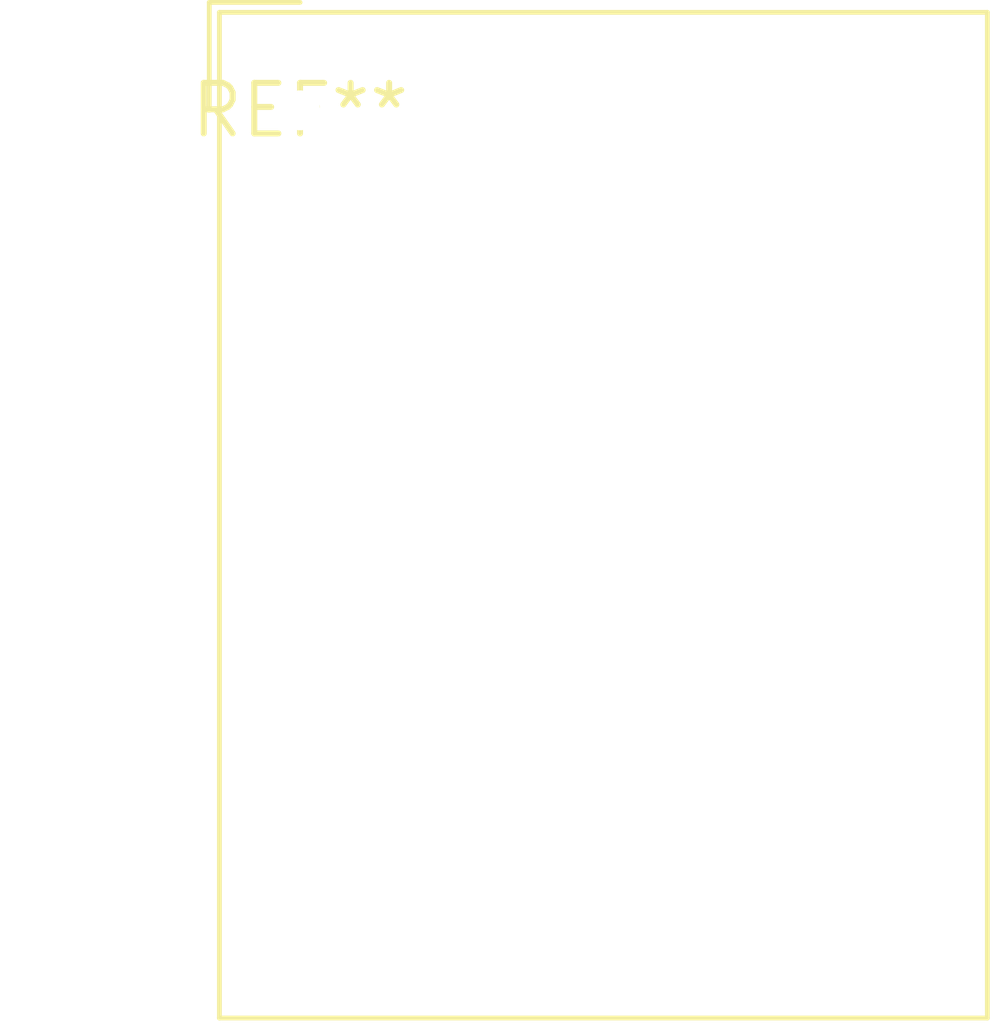
<source format=kicad_pcb>
(kicad_pcb (version 20240108) (generator pcbnew)
  (layers (0 "F.Cu" signal) (31 "B.Cu" signal) (34 "B.Paste" user) (35 "F.Paste" user) (36 "B.SilkS" user "B.Silkscreen") (37 "F.SilkS" user "F.Silkscreen") (38 "B.Mask" user) (39 "F.Mask" user) (44 "Edge.Cuts" user))
  (net 0 "")
  (footprint "DA56-11SYKWA" (layer "F.Cu") (at 0 0)
    (property "Reference" "REF**")
    (property "Value" "DA56-11SYKWA")
    (fp_line (start -2.28 -2.71) (end -2.28 0) (layer "F.SilkS") (stroke (width 0.12)))
    (fp_line (start -2.28 -2.71) (end 0 -2.71) (layer "F.SilkS") (stroke (width 0.12)))
    (fp_line (start -2.025 -2.46) (end 17.265 -2.46) (layer "F.SilkS") (stroke (width 0.12)))
    (fp_line (start -2.025 22.79) (end -2.025 -2.46) (layer "F.SilkS") (stroke (width 0.12)))
    (fp_line (start 17.265 -2.46) (end 17.265 22.79) (layer "F.SilkS") (stroke (width 0.12)))
    (fp_line (start 17.265 22.79) (end -2.025 22.79) (layer "F.SilkS") (stroke (width 0.12)))
    (pad "1" thru_hole rect (at 0 0) (size 1.5 1.5) (drill 1) (layers *.Cu *.Mask) (remove_unused_layers))
    (pad "2" thru_hole circle (at 0 2.54) (size 1.5 1.5) (drill 1) (layers *.Cu *.Mask) (remove_unused_layers))
    (pad "3" thru_hole circle (at 0 5.08) (size 1.5 1.5) (drill 1) (layers *.Cu *.Mask) (remove_unused_layers))
    (pad "4" thru_hole circle (at 0 7.62) (size 1.5 1.5) (drill 1) (layers *.Cu *.Mask) (remove_unused_layers))
    (pad "5" thru_hole circle (at 0 10.16) (size 1.5 1.5) (drill 1) (layers *.Cu *.Mask) (remove_unused_layers))
    (pad "6" thru_hole circle (at 0 12.7) (size 1.5 1.5) (drill 1) (layers *.Cu *.Mask) (remove_unused_layers))
    (pad "7" thru_hole circle (at 0 15.24) (size 1.5 1.5) (drill 1) (layers *.Cu *.Mask) (remove_unused_layers))
    (pad "8" thru_hole circle (at 0 17.78) (size 1.5 1.5) (drill 1) (layers *.Cu *.Mask) (remove_unused_layers))
    (pad "9" thru_hole circle (at 0 20.32) (size 1.5 1.5) (drill 1) (layers *.Cu *.Mask) (remove_unused_layers))
    (pad "10" thru_hole circle (at 15.24 20.32) (size 1.5 1.5) (drill 1) (layers *.Cu *.Mask) (remove_unused_layers))
    (pad "11" thru_hole circle (at 15.24 17.78) (size 1.5 1.5) (drill 1) (layers *.Cu *.Mask) (remove_unused_layers))
    (pad "12" thru_hole circle (at 15.24 15.24) (size 1.5 1.5) (drill 1) (layers *.Cu *.Mask) (remove_unused_layers))
    (pad "13" thru_hole circle (at 15.24 12.7) (size 1.5 1.5) (drill 1) (layers *.Cu *.Mask) (remove_unused_layers))
    (pad "14" thru_hole circle (at 15.24 10.16) (size 1.5 1.5) (drill 1) (layers *.Cu *.Mask) (remove_unused_layers))
    (pad "15" thru_hole circle (at 15.24 7.62) (size 1.5 1.5) (drill 1) (layers *.Cu *.Mask) (remove_unused_layers))
    (pad "16" thru_hole circle (at 15.24 5.08) (size 1.5 1.5) (drill 1) (layers *.Cu *.Mask) (remove_unused_layers))
    (pad "17" thru_hole circle (at 15.24 2.54) (size 1.5 1.5) (drill 1) (layers *.Cu *.Mask) (remove_unused_layers))
    (pad "18" thru_hole circle (at 15.24 0) (size 1.5 1.5) (drill 1) (layers *.Cu *.Mask) (remove_unused_layers))
  )
)
</source>
